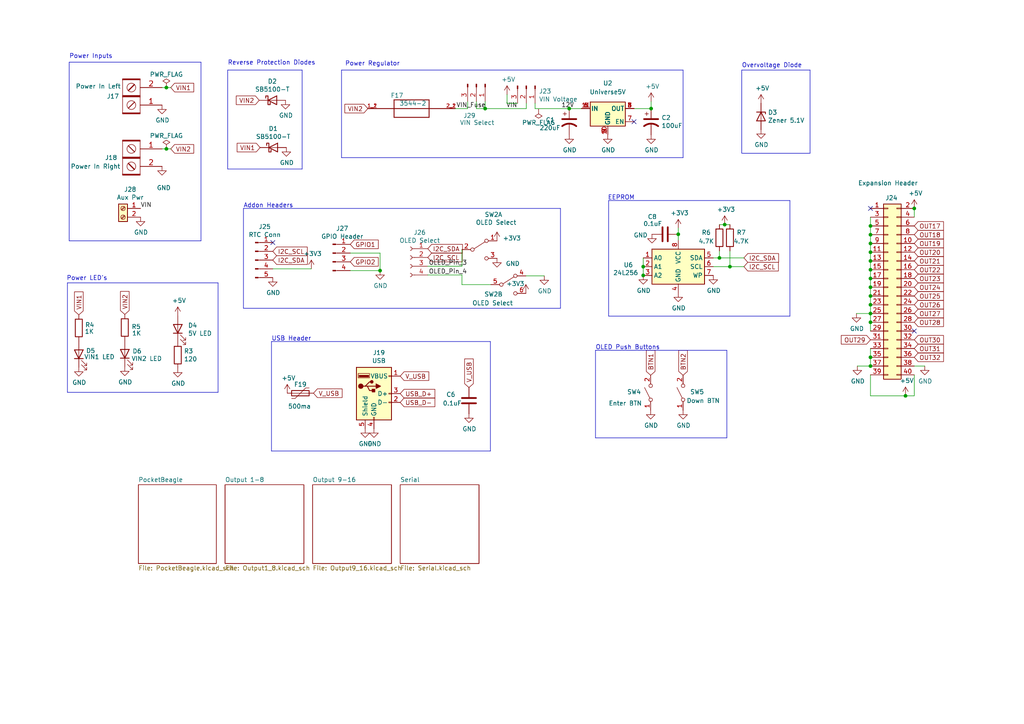
<source format=kicad_sch>
(kicad_sch (version 20230121) (generator eeschema)
  (paper "A4")
  (title_block (title "PB 16") (date "2022-05-29") (rev "v1.0h") (company "Scott Hanson"))
  (lib_symbols
    (symbol "Barrier_Blocks:BARRIER_BLOCK_1ROW_2POS" (pin_names (offset 1.016) hide)
      (property "Reference" "TB" (at 0.127 -6.731 0))
      (property "Value" "Barrier_Blocks_BARRIER_BLOCK_1ROW_2POS" (at 0.254 6.35 0))
      (symbol "BARRIER_BLOCK_1ROW_2POS_1_1"
        (pin passive line (at -8.89 2.54 0) (length 6.35) (name "P1") (number "1"))
        (pin passive line (at -8.89 -2.54 0) (length 6.35) (name "P2") (number "2"))
      )
    )
    (symbol "Connector:Conn_01x03_Male" (pin_names (offset 1.016) hide)
      (property "Reference" "J" (at 0 5.08 0))
      (property "Value" "Conn_01x03_Male" (at 0 -5.08 0))
      (symbol "Conn_01x03_Male_1_1"
        (pin passive line (at 5.08 2.54 180) (length 3.81) (name "Pin_1") (number "1"))
        (pin passive line (at 5.08 0 180) (length 3.81) (name "Pin_2") (number "2"))
        (pin passive line (at 5.08 -2.54 180) (length 3.81) (name "Pin_3") (number "3"))
      )
    )
    (symbol "Connector:Conn_01x04_Female" (pin_names (offset 1.016) hide)
      (property "Reference" "J" (at 0 5.08 0))
      (property "Value" "Conn_01x04_Female" (at 0 -7.62 0))
      (symbol "Conn_01x04_Female_1_1"
        (pin passive line (at -5.08 2.54 0) (length 3.81) (name "Pin_1") (number "1"))
        (pin passive line (at -5.08 0 0) (length 3.81) (name "Pin_2") (number "2"))
        (pin passive line (at -5.08 -2.54 0) (length 3.81) (name "Pin_3") (number "3"))
        (pin passive line (at -5.08 -5.08 0) (length 3.81) (name "Pin_4") (number "4"))
      )
    )
    (symbol "Connector:Conn_01x04_Male" (pin_names (offset 1.016) hide)
      (property "Reference" "J" (at 0 5.08 0))
      (property "Value" "Conn_01x04_Male" (at 0 -7.62 0))
      (symbol "Conn_01x04_Male_1_1"
        (pin passive line (at 5.08 2.54 180) (length 3.81) (name "Pin_1") (number "1"))
        (pin passive line (at 5.08 0 180) (length 3.81) (name "Pin_2") (number "2"))
        (pin passive line (at 5.08 -2.54 180) (length 3.81) (name "Pin_3") (number "3"))
        (pin passive line (at 5.08 -5.08 180) (length 3.81) (name "Pin_4") (number "4"))
      )
    )
    (symbol "Connector:Conn_01x05_Male" (pin_names (offset 1.016) hide)
      (property "Reference" "J" (at 0 7.62 0))
      (property "Value" "Conn_01x05_Male" (at 0 -7.62 0))
      (symbol "Conn_01x05_Male_1_1"
        (pin passive line (at 5.08 5.08 180) (length 3.81) (name "Pin_1") (number "1"))
        (pin passive line (at 5.08 2.54 180) (length 3.81) (name "Pin_2") (number "2"))
        (pin passive line (at 5.08 0 180) (length 3.81) (name "Pin_3") (number "3"))
        (pin passive line (at 5.08 -2.54 180) (length 3.81) (name "Pin_4") (number "4"))
        (pin passive line (at 5.08 -5.08 180) (length 3.81) (name "Pin_5") (number "5"))
      )
    )
    (symbol "Connector:Screw_Terminal_01x02" (pin_names (offset 1.016) hide)
      (property "Reference" "J" (at 0 2.54 0))
      (property "Value" "Screw_Terminal_01x02" (at 0 -5.08 0))
      (symbol "Screw_Terminal_01x02_1_1"
        (pin passive line (at -5.08 0 0) (length 3.81) (name "Pin_1") (number "1"))
        (pin passive line (at -5.08 -2.54 0) (length 3.81) (name "Pin_2") (number "2"))
      )
    )
    (symbol "Connector_Generic:Conn_02x20_Odd_Even" (pin_names (offset 1.016) hide)
      (property "Reference" "J" (at 1.27 25.4 0))
      (property "Value" "Conn_02x20_Odd_Even" (at 1.27 -27.94 0))
      (symbol "Conn_02x20_Odd_Even_1_1"
        (pin passive line (at -5.08 22.86 0) (length 3.81) (name "Pin_1") (number "1"))
        (pin passive line (at 7.62 12.7 180) (length 3.81) (name "Pin_10") (number "10"))
        (pin passive line (at -5.08 10.16 0) (length 3.81) (name "Pin_11") (number "11"))
        (pin passive line (at 7.62 10.16 180) (length 3.81) (name "Pin_12") (number "12"))
        (pin passive line (at -5.08 7.62 0) (length 3.81) (name "Pin_13") (number "13"))
        (pin passive line (at 7.62 7.62 180) (length 3.81) (name "Pin_14") (number "14"))
        (pin passive line (at -5.08 5.08 0) (length 3.81) (name "Pin_15") (number "15"))
        (pin passive line (at 7.62 5.08 180) (length 3.81) (name "Pin_16") (number "16"))
        (pin passive line (at -5.08 2.54 0) (length 3.81) (name "Pin_17") (number "17"))
        (pin passive line (at 7.62 2.54 180) (length 3.81) (name "Pin_18") (number "18"))
        (pin passive line (at -5.08 0 0) (length 3.81) (name "Pin_19") (number "19"))
        (pin passive line (at 7.62 22.86 180) (length 3.81) (name "Pin_2") (number "2"))
        (pin passive line (at 7.62 0 180) (length 3.81) (name "Pin_20") (number "20"))
        (pin passive line (at -5.08 -2.54 0) (length 3.81) (name "Pin_21") (number "21"))
        (pin passive line (at 7.62 -2.54 180) (length 3.81) (name "Pin_22") (number "22"))
        (pin passive line (at -5.08 -5.08 0) (length 3.81) (name "Pin_23") (number "23"))
        (pin passive line (at 7.62 -5.08 180) (length 3.81) (name "Pin_24") (number "24"))
        (pin passive line (at -5.08 -7.62 0) (length 3.81) (name "Pin_25") (number "25"))
        (pin passive line (at 7.62 -7.62 180) (length 3.81) (name "Pin_26") (number "26"))
        (pin passive line (at -5.08 -10.16 0) (length 3.81) (name "Pin_27") (number "27"))
        (pin passive line (at 7.62 -10.16 180) (length 3.81) (name "Pin_28") (number "28"))
        (pin passive line (at -5.08 -12.7 0) (length 3.81) (name "Pin_29") (number "29"))
        (pin passive line (at -5.08 20.32 0) (length 3.81) (name "Pin_3") (number "3"))
        (pin passive line (at 7.62 -12.7 180) (length 3.81) (name "Pin_30") (number "30"))
        (pin passive line (at -5.08 -15.24 0) (length 3.81) (name "Pin_31") (number "31"))
        (pin passive line (at 7.62 -15.24 180) (length 3.81) (name "Pin_32") (number "32"))
        (pin passive line (at -5.08 -17.78 0) (length 3.81) (name "Pin_33") (number "33"))
        (pin passive line (at 7.62 -17.78 180) (length 3.81) (name "Pin_34") (number "34"))
        (pin passive line (at -5.08 -20.32 0) (length 3.81) (name "Pin_35") (number "35"))
        (pin passive line (at 7.62 -20.32 180) (length 3.81) (name "Pin_36") (number "36"))
        (pin passive line (at -5.08 -22.86 0) (length 3.81) (name "Pin_37") (number "37"))
        (pin passive line (at 7.62 -22.86 180) (length 3.81) (name "Pin_38") (number "38"))
        (pin passive line (at -5.08 -25.4 0) (length 3.81) (name "Pin_39") (number "39"))
        (pin passive line (at 7.62 20.32 180) (length 3.81) (name "Pin_4") (number "4"))
        (pin passive line (at 7.62 -25.4 180) (length 3.81) (name "Pin_40") (number "40"))
        (pin passive line (at -5.08 17.78 0) (length 3.81) (name "Pin_5") (number "5"))
        (pin passive line (at 7.62 17.78 180) (length 3.81) (name "Pin_6") (number "6"))
        (pin passive line (at -5.08 15.24 0) (length 3.81) (name "Pin_7") (number "7"))
        (pin passive line (at 7.62 15.24 180) (length 3.81) (name "Pin_8") (number "8"))
        (pin passive line (at -5.08 12.7 0) (length 3.81) (name "Pin_9") (number "9"))
      )
    )
    (symbol "Device:C" (pin_numbers hide) (pin_names (offset 0.254))
      (property "Reference" "C" (at 0.635 2.54 0))
      (property "Value" "C" (at 0.635 -2.54 0))
      (symbol "C_1_1"
        (pin passive line (at 0 3.81 270) (length 2.794) (name "~") (number "1"))
        (pin passive line (at 0 -3.81 90) (length 2.794) (name "~") (number "2"))
      )
    )
    (symbol "Device:C_Polarized_US" (pin_numbers hide) (pin_names (offset 0.254) hide)
      (property "Reference" "C" (at 0.635 2.54 0))
      (property "Value" "C_Polarized_US" (at 0.635 -2.54 0))
      (symbol "C_Polarized_US_1_1"
        (pin passive line (at 0 3.81 270) (length 2.794) (name "~") (number "1"))
        (pin passive line (at 0 -3.81 90) (length 3.302) (name "~") (number "2"))
      )
    )
    (symbol "Device:D_Schottky" (pin_numbers hide) (pin_names (offset 1.016) hide)
      (property "Reference" "D" (at 0 2.54 0))
      (property "Value" "D_Schottky" (at 0 -2.54 0))
      (symbol "D_Schottky_1_1"
        (pin passive line (at -3.81 0 0) (length 2.54) (name "K") (number "1"))
        (pin passive line (at 3.81 0 180) (length 2.54) (name "A") (number "2"))
      )
    )
    (symbol "Device:D_Zener" (pin_numbers hide) (pin_names (offset 1.016) hide)
      (property "Reference" "D" (at 0 2.54 0))
      (property "Value" "D_Zener" (at 0 -2.54 0))
      (symbol "D_Zener_1_1"
        (pin passive line (at -3.81 0 0) (length 2.54) (name "K") (number "1"))
        (pin passive line (at 3.81 0 180) (length 2.54) (name "A") (number "2"))
      )
    )
    (symbol "Device:LED" (pin_numbers hide) (pin_names (offset 1.016) hide)
      (property "Reference" "D" (at 0 2.54 0))
      (property "Value" "LED" (at 0 -2.54 0))
      (symbol "LED_1_1"
        (pin passive line (at -3.81 0 0) (length 2.54) (name "K") (number "1"))
        (pin passive line (at 3.81 0 180) (length 2.54) (name "A") (number "2"))
      )
    )
    (symbol "Device:Polyfuse" (pin_numbers hide) (pin_names (offset 0))
      (property "Reference" "F" (at -2.54 0 90))
      (property "Value" "Polyfuse" (at 2.54 0 90))
      (symbol "Polyfuse_1_1"
        (pin passive line (at 0 3.81 270) (length 1.27) (name "~") (number "1"))
        (pin passive line (at 0 -3.81 90) (length 1.27) (name "~") (number "2"))
      )
    )
    (symbol "Device:R" (pin_numbers hide) (pin_names (offset 0))
      (property "Reference" "R" (at 2.032 0 90))
      (property "Value" "R" (at 0 0 90))
      (symbol "R_1_1"
        (pin passive line (at 0 3.81 270) (length 1.27) (name "~") (number "1"))
        (pin passive line (at 0 -3.81 90) (length 1.27) (name "~") (number "2"))
      )
    )
    (symbol "Memory_EEPROM:24LC32"
      (property "Reference" "U" (at -6.35 6.35 0))
      (property "Value" "24LC32" (at 1.27 6.35 0))
      (symbol "24LC32_1_1"
        (pin input line (at -10.16 2.54 0) (length 2.54) (name "A0") (number "1"))
        (pin input line (at -10.16 0 0) (length 2.54) (name "A1") (number "2"))
        (pin input line (at -10.16 -2.54 0) (length 2.54) (name "A2") (number "3"))
        (pin power_in line (at 0 -7.62 90) (length 2.54) (name "GND") (number "4"))
        (pin bidirectional line (at 10.16 2.54 180) (length 2.54) (name "SDA") (number "5"))
        (pin input line (at 10.16 0 180) (length 2.54) (name "SCL") (number "6"))
        (pin input line (at 10.16 -2.54 180) (length 2.54) (name "WP") (number "7"))
        (pin power_in line (at 0 7.62 270) (length 2.54) (name "VCC") (number "8"))
      )
    )
    (symbol "PB_16-rescue:3544-2-Keystone_Fuse" (pin_names (offset 1.016) hide)
      (property "Reference" "F" (at -5.08 3.302 0))
      (property "Value" "3544-2-Keystone_Fuse" (at -5.08 -5.08 0))
      (symbol "3544-2-Keystone_Fuse_0_0"
        (pin passive line (at -12.7 0 0) (length 2.54) (name "1") (number "1_1"))
        (pin passive line (at -12.7 0 0) (length 2.54) (name "1") (number "1_2"))
        (pin passive line (at 12.7 0 180) (length 2.54) (name "2") (number "2_1"))
        (pin passive line (at 12.7 0 180) (length 2.54) (name "2") (number "2_2"))
      )
    )
    (symbol "PB_16-rescue:USB_A-Connector" (pin_names (offset 1.016))
      (property "Reference" "J" (at -5.08 11.43 0))
      (property "Value" "USB_A-Connector" (at -5.08 8.89 0))
      (symbol "USB_A-Connector_1_1"
        (pin power_in line (at 7.62 5.08 180) (length 2.54) (name "VBUS") (number "1"))
        (pin passive line (at 7.62 -2.54 180) (length 2.54) (name "D-") (number "2"))
        (pin passive line (at 7.62 0 180) (length 2.54) (name "D+") (number "3"))
        (pin power_in line (at 0 -10.16 90) (length 2.54) (name "GND") (number "4"))
        (pin passive line (at -2.54 -10.16 90) (length 2.54) (name "Shield") (number "5"))
      )
    )
    (symbol "Scotts:Universe5V" (pin_names (offset 0.254))
      (property "Reference" "U2" (at 0 7.366 0))
      (property "Value" "Universe5V" (at 0 4.826 0))
      (symbol "Universe5V_0_0"
        (pin power_in line (at 0 -7.62 90) (length 2.54) (name "GND") (number "10"))
        (pin power_in line (at -7.62 0 0) (length 2.54) (name "IN") (number "11"))
        (pin output line (at 7.62 0 180) (length 2.54) (name "OUT") (number "4"))
        (pin power_in line (at 0 -7.62 90) (length 2.54) (name "GND") (number "5"))
        (pin power_in line (at -7.62 0 0) (length 2.54) (name "IN") (number "6"))
        (pin input line (at 7.62 -3.81 180) (length 2.54) (name "EN") (number "7"))
        (pin output line (at 7.62 0 180) (length 2.54) (name "OUT") (number "8"))
        (pin power_in line (at 0 -7.62 90) (length 2.54) (name "GND") (number "9"))
      )
      (symbol "Universe5V_1_1"
        (pin power_in line (at -7.62 0 0) (length 2.54) (name "IN") (number "1"))
        (pin power_in line (at 0 -7.62 90) (length 2.54) (name "GND") (number "2"))
        (pin power_out line (at 7.62 0 180) (length 2.54) (name "OUT") (number "3"))
      )
    )
    (symbol "Switch:SW_DPDT_x2" (pin_names (offset 0) hide)
      (property "Reference" "SW" (at 0 4.318 0))
      (property "Value" "SW_DPDT_x2" (at 0 -5.08 0))
      (symbol "SW_DPDT_x2_1_1"
        (pin passive line (at 5.08 2.54 180) (length 2.54) (name "A") (number "1"))
        (pin passive line (at -5.08 0 0) (length 2.54) (name "B") (number "2"))
        (pin passive line (at 5.08 -2.54 180) (length 2.54) (name "C") (number "3"))
      )
      (symbol "SW_DPDT_x2_2_1"
        (pin passive line (at 5.08 2.54 180) (length 2.54) (name "A") (number "4"))
        (pin passive line (at -5.08 0 0) (length 2.54) (name "B") (number "5"))
        (pin passive line (at 5.08 -2.54 180) (length 2.54) (name "C") (number "6"))
      )
    )
    (symbol "Switch:SW_SPST" (pin_names (offset 0) hide)
      (property "Reference" "SW" (at 0 3.175 0))
      (property "Value" "SW_SPST" (at 0 -2.54 0))
      (symbol "SW_SPST_1_1"
        (pin passive line (at -5.08 0 0) (length 2.54) (name "A") (number "1"))
        (pin passive line (at 5.08 0 180) (length 2.54) (name "B") (number "2"))
      )
    )
    (symbol "power:+3.3V" (power) (pin_names (offset 0))
      (property "Value" "+3.3V" (at 0 3.556 0))
      (symbol "+3.3V_1_1"
        (pin power_in line (at 0 0 90) (length 0) hide (name "+3V3") (number "1"))
      )
    )
    (symbol "power:+5V" (power) (pin_names (offset 0))
      (property "Value" "+5V" (at 0 3.556 0))
      (symbol "+5V_1_1"
        (pin power_in line (at 0 0 90) (length 0) hide (name "+5V") (number "1"))
      )
    )
    (symbol "power:GND" (power) (pin_names (offset 0))
      (property "Value" "GND" (at 0 -3.81 0))
      (symbol "GND_1_1"
        (pin power_in line (at 0 0 270) (length 0) hide (name "GND") (number "1"))
      )
    )
    (symbol "power:PWR_FLAG" (power) (pin_numbers hide) (pin_names (offset 0) hide)
      (property "Value" "PWR_FLAG" (at 0 3.81 0))
      (symbol "PWR_FLAG_0_0"
        (pin power_out line (at 0 0 90) (length 0) (name "pwr") (number "1"))
      )
    )
  )
  (junction (at 252.476 106.172))
  (junction (at 211.709 77.343))
  (junction (at 186.563 79.883))
  (junction (at 140.716 31.496))
  (junction (at 48.26 43.18))
  (junction (at 252.476 85.852))
  (junction (at 48.26 25.4))
  (junction (at 252.476 88.392))
  (junction (at 265.176 60.452))
  (junction (at 210.185 65.151))
  (junction (at 196.723 67.945))
  (junction (at 252.476 75.692))
  (junction (at 252.476 78.232))
  (junction (at 252.476 80.772))
  (junction (at 208.661 74.803))
  (junction (at 188.849 31.496))
  (junction (at 252.476 90.932))
  (junction (at 165.1 31.496))
  (junction (at 252.476 73.152))
  (junction (at 252.476 70.612))
  (junction (at 262.636 114.808))
  (junction (at 252.476 68.072))
  (junction (at 252.476 83.312))
  (junction (at 252.476 103.632))
  (junction (at 252.476 93.472))
  (junction (at 110.236 78.486))
  (junction (at 186.563 77.343))
  (junction (at 252.476 65.532))
  (no_connect (at 79.121 70.358))
  (no_connect (at 252.476 60.452))
  (no_connect (at 183.896 35.306))
  (no_connect (at 265.176 96.012))
  (polyline (pts (xy 198.12 20.32) (xy 198.12 45.72)))
  (wire (pts (xy 165.1 31.496) (xy 168.656 31.496)))
  (wire (pts (xy 252.476 75.692) (xy 252.476 78.232)))
  (wire (pts (xy 252.476 103.632) (xy 252.476 106.172)))
  (wire (pts (xy 110.236 78.486) (xy 101.6 78.486)))
  (wire (pts (xy 147.066 29.972) (xy 150.114 29.972)))
  (polyline (pts (xy 162.56 89.408) (xy 162.56 60.452)))
  (polyline (pts (xy 210.82 127) (xy 172.72 127)))
  (wire (pts (xy 208.661 74.803) (xy 215.773 74.803)))
  (wire (pts (xy 252.476 90.932) (xy 248.412 90.932)))
  (polyline (pts (xy 78.74 99.06) (xy 142.24 99.06)))
  (wire (pts (xy 211.709 72.771) (xy 211.709 77.343)))
  (wire (pts (xy 265.176 60.452) (xy 265.176 62.992)))
  (polyline (pts (xy 176.53 58.166) (xy 229.108 58.166)))
  (wire (pts (xy 208.661 72.771) (xy 208.661 74.803)))
  (wire (pts (xy 48.26 43.18) (xy 46.99 43.18)))
  (wire (pts (xy 196.723 67.945) (xy 196.723 66.167)))
  (wire (pts (xy 252.476 83.312) (xy 252.476 85.852)))
  (polyline (pts (xy 19.558 82.042) (xy 63.246 82.042)))
  (wire (pts (xy 48.26 25.4) (xy 49.53 25.4)))
  (polyline (pts (xy 142.24 130.81) (xy 78.74 130.81)))
  (wire (pts (xy 252.476 70.612) (xy 252.476 73.152)))
  (wire (pts (xy 252.476 85.852) (xy 252.476 88.392)))
  (wire (pts (xy 252.476 68.072) (xy 252.476 70.612)))
  (wire (pts (xy 265.176 106.172) (xy 268.224 106.172)))
  (polyline (pts (xy 176.53 91.694) (xy 176.53 58.166)))
  (wire (pts (xy 215.773 77.343) (xy 211.709 77.343)))
  (wire (pts (xy 252.476 78.232) (xy 252.476 80.772)))
  (polyline (pts (xy 99.06 20.32) (xy 198.12 20.32)))
  (polyline (pts (xy 58.293 69.85) (xy 20.066 69.85)))
  (wire (pts (xy 140.716 31.496) (xy 152.654 31.496)))
  (wire (pts (xy 206.883 74.803) (xy 208.661 74.803)))
  (wire (pts (xy 186.563 74.803) (xy 186.563 77.343)))
  (wire (pts (xy 262.636 114.808) (xy 252.476 114.808)))
  (wire (pts (xy 252.476 62.992) (xy 252.476 65.532)))
  (wire (pts (xy 265.176 108.712) (xy 265.176 114.808)))
  (wire (pts (xy 252.476 73.152) (xy 252.476 75.692)))
  (wire (pts (xy 252.476 108.712) (xy 252.476 114.808)))
  (wire (pts (xy 211.709 77.343) (xy 206.883 77.343)))
  (polyline (pts (xy 210.82 101.6) (xy 210.82 127)))
  (polyline (pts (xy 19.558 113.792) (xy 19.558 82.042)))
  (polyline (pts (xy 66.04 49.022) (xy 66.04 20.32)))
  (wire (pts (xy 138.176 31.496) (xy 140.716 31.496)))
  (polyline (pts (xy 229.108 91.694) (xy 176.53 91.694)))
  (polyline (pts (xy 58.293 18.034) (xy 58.293 69.85)))
  (wire (pts (xy 135.636 31.496) (xy 132.08 31.496)))
  (polyline (pts (xy 215.138 44.45) (xy 215.138 20.32)))
  (wire (pts (xy 133.985 79.756) (xy 133.985 82.55)))
  (wire (pts (xy 147.066 27.432) (xy 147.066 29.972)))
  (wire (pts (xy 110.236 73.406) (xy 110.236 78.486)))
  (wire (pts (xy 124.079 79.756) (xy 133.985 79.756)))
  (wire (pts (xy 140.716 29.464) (xy 140.716 31.496)))
  (wire (pts (xy 186.563 77.343) (xy 186.563 79.883)))
  (wire (pts (xy 210.185 65.151) (xy 211.709 65.151)))
  (polyline (pts (xy 63.246 82.042) (xy 63.246 113.792)))
  (polyline (pts (xy 63.246 113.792) (xy 19.558 113.792)))
  (polyline (pts (xy 142.24 99.06) (xy 142.24 130.81)))
  (wire (pts (xy 133.985 72.39) (xy 133.985 77.216)))
  (wire (pts (xy 155.194 31.496) (xy 155.194 29.972)))
  (wire (pts (xy 155.194 31.496) (xy 165.1 31.496)))
  (wire (pts (xy 79.121 77.978) (xy 90.297 77.978)))
  (wire (pts (xy 252.476 106.172) (xy 248.666 106.172)))
  (wire (pts (xy 252.476 80.772) (xy 252.476 83.312)))
  (wire (pts (xy 124.079 77.216) (xy 133.985 77.216)))
  (wire (pts (xy 196.723 69.723) (xy 196.723 67.945)))
  (wire (pts (xy 252.476 65.532) (xy 252.476 68.072)))
  (polyline (pts (xy 229.108 58.166) (xy 229.108 91.694)))
  (wire (pts (xy 183.896 31.496) (xy 188.849 31.496)))
  (polyline (pts (xy 20.066 69.85) (xy 20.066 18.034)))
  (wire (pts (xy 101.6 73.406) (xy 110.236 73.406)))
  (wire (pts (xy 49.53 43.18) (xy 48.26 43.18)))
  (polyline (pts (xy 234.95 20.32) (xy 234.95 44.45)))
  (polyline (pts (xy 87.63 49.022) (xy 66.04 49.022)))
  (polyline (pts (xy 99.06 45.72) (xy 99.06 20.32)))
  (wire (pts (xy 135.636 31.496) (xy 135.636 29.464)))
  (wire (pts (xy 208.661 65.151) (xy 210.185 65.151)))
  (wire (pts (xy 252.476 93.472) (xy 252.476 96.012)))
  (polyline (pts (xy 162.56 60.452) (xy 70.612 60.452)))
  (polyline (pts (xy 172.72 101.6) (xy 210.82 101.6)))
  (polyline (pts (xy 70.612 89.408) (xy 162.56 89.408)))
  (wire (pts (xy 46.99 25.4) (xy 48.26 25.4)))
  (polyline (pts (xy 198.12 45.72) (xy 99.06 45.72)))
  (polyline (pts (xy 87.63 20.32) (xy 87.63 49.022)))
  (wire (pts (xy 252.476 101.092) (xy 252.476 103.632)))
  (wire (pts (xy 142.367 82.55) (xy 133.985 82.55)))
  (polyline (pts (xy 70.612 60.452) (xy 70.612 89.408)))
  (wire (pts (xy 157.861 80.01) (xy 152.527 80.01)))
  (polyline (pts (xy 215.138 20.32) (xy 234.95 20.32)))
  (wire (pts (xy 252.476 90.932) (xy 252.476 93.472)))
  (polyline (pts (xy 78.74 130.81) (xy 78.74 99.06)))
  (wire (pts (xy 152.654 31.496) (xy 152.654 29.972)))
  (polyline (pts (xy 66.04 20.32) (xy 87.63 20.32)))
  (wire (pts (xy 138.176 31.496) (xy 138.176 29.464)))
  (wire (pts (xy 252.476 88.392) (xy 252.476 90.932)))
  (polyline (pts (xy 172.72 127) (xy 172.72 101.6)))
  (polyline (pts (xy 20.066 18.034) (xy 58.293 18.034)))
  (wire (pts (xy 265.176 114.808) (xy 262.636 114.808)))
  (polyline (pts (xy 234.95 44.45) (xy 215.138 44.45)))
  (wire (pts (xy 188.849 31.496) (xy 188.849 29.464)))
  (text "Overvoltage Diode" (at 215.138 19.812 0) (effects (font (size 1.27 1.27)) (justify left bottom)))
  (text "EEPROM" (at 176.276 58.166 0) (effects (font (size 1.27 1.27)) (justify left bottom)))
  (text "USB Header" (at 78.74 99.06 0) (effects (font (size 1.27 1.27)) (justify left bottom)))
  (text "OLED Push Buttons" (at 172.72 101.6 0) (effects (font (size 1.27 1.27)) (justify left bottom)))
  (text "Reverse Protection Diodes" (at 66.04 19.05 0) (effects (font (size 1.27 1.27)) (justify left bottom)))
  (text "Addon Headers" (at 70.612 60.452 0) (effects (font (size 1.27 1.27)) (justify left bottom)))
  (text "Power Regulator" (at 100.076 19.304 0) (effects (font (size 1.27 1.27)) (justify left bottom)))
  (text "Power LED's" (at 19.304 81.534 0) (effects (font (size 1.27 1.27)) (justify left bottom)))
  (text "Power Inputs" (at 20.066 17.145 0) (effects (font (size 1.27 1.27)) (justify left bottom)))
  (label "VIN" (at 40.767 60.452 0))
  (label "VIN" (at 146.812 31.496 0))
  (label "OLED_Pin_4" (at 124.333 79.756 0))
  (label "OLED_Pin_3" (at 124.333 77.216 0))
  (label "12V" (at 162.814 31.496 0))
  (label "VIN_Fuse" (at 132.334 31.496 0))
  (global_label "VIN2" (shape input) (at 106.68 31.496 180) (property "Intersheetrefs" "${INTERSHEET_REFS}" (effects hide)))
  (global_label "VIN1" (shape input) (at 75.438 42.799 180) (property "Intersheetrefs" "${INTERSHEET_REFS}" (effects hide)))
  (global_label "VIN2" (shape input) (at 75.184 29.083 180) (property "Intersheetrefs" "${INTERSHEET_REFS}" (effects hide)))
  (global_label "OUT32" (shape input) (at 265.176 103.632 0) (property "Intersheetrefs" "${INTERSHEET_REFS}" (effects hide)))
  (global_label "USB_D+" (shape input) (at 116.078 114.173 0) (property "Intersheetrefs" "${INTERSHEET_REFS}" (effects hide)))
  (global_label "OUT31" (shape input) (at 265.176 101.092 0) (property "Intersheetrefs" "${INTERSHEET_REFS}" (effects hide)))
  (global_label "OUT17" (shape input) (at 265.176 65.532 0) (property "Intersheetrefs" "${INTERSHEET_REFS}" (effects hide)))
  (global_label "I2C_SDA" (shape input) (at 79.121 75.438 0) (property "Intersheetrefs" "${INTERSHEET_REFS}" (effects hide)))
  (global_label "OUT25" (shape input) (at 265.176 85.852 0) (property "Intersheetrefs" "${INTERSHEET_REFS}" (effects hide)))
  (global_label "BTN2" (shape input) (at 198.12 108.839 90) (property "Intersheetrefs" "${INTERSHEET_REFS}" (effects hide)))
  (global_label "OUT23" (shape input) (at 265.176 80.772 0) (property "Intersheetrefs" "${INTERSHEET_REFS}" (effects hide)))
  (global_label "BTN1" (shape input) (at 188.722 108.839 90) (property "Intersheetrefs" "${INTERSHEET_REFS}" (effects hide)))
  (global_label "I2C_SCL" (shape input) (at 215.773 77.343 0) (property "Intersheetrefs" "${INTERSHEET_REFS}" (effects hide)))
  (global_label "OUT24" (shape input) (at 265.176 83.312 0) (property "Intersheetrefs" "${INTERSHEET_REFS}" (effects hide)))
  (global_label "OUT21" (shape input) (at 265.176 75.692 0) (property "Intersheetrefs" "${INTERSHEET_REFS}" (effects hide)))
  (global_label "VIN2" (shape input) (at 36.195 91.186 90) (property "Intersheetrefs" "${INTERSHEET_REFS}" (effects hide)))
  (global_label "I2C_SCL" (shape input) (at 79.121 72.898 0) (property "Intersheetrefs" "${INTERSHEET_REFS}" (effects hide)))
  (global_label "VIN1" (shape input) (at 49.53 25.4 0) (property "Intersheetrefs" "${INTERSHEET_REFS}" (effects hide)))
  (global_label "OUT22" (shape input) (at 265.176 78.232 0) (property "Intersheetrefs" "${INTERSHEET_REFS}" (effects hide)))
  (global_label "OUT27" (shape input) (at 265.176 90.932 0) (property "Intersheetrefs" "${INTERSHEET_REFS}" (effects hide)))
  (global_label "VIN1" (shape input) (at 22.86 91.313 90) (property "Intersheetrefs" "${INTERSHEET_REFS}" (effects hide)))
  (global_label "I2C_SCL" (shape input) (at 124.079 74.676 0) (property "Intersheetrefs" "${INTERSHEET_REFS}" (effects hide)))
  (global_label "OUT19" (shape input) (at 265.176 70.612 0) (property "Intersheetrefs" "${INTERSHEET_REFS}" (effects hide)))
  (global_label "OUT18" (shape input) (at 265.176 68.072 0) (property "Intersheetrefs" "${INTERSHEET_REFS}" (effects hide)))
  (global_label "V_USB" (shape input) (at 116.078 109.093 0) (property "Intersheetrefs" "${INTERSHEET_REFS}" (effects hide)))
  (global_label "OUT29" (shape input) (at 252.476 98.552 180) (property "Intersheetrefs" "${INTERSHEET_REFS}" (effects hide)))
  (global_label "VIN2" (shape input) (at 49.53 43.18 0) (property "Intersheetrefs" "${INTERSHEET_REFS}" (effects hide)))
  (global_label "OUT28" (shape input) (at 265.176 93.472 0) (property "Intersheetrefs" "${INTERSHEET_REFS}" (effects hide)))
  (global_label "GPIO2" (shape input) (at 101.6 75.946 0) (property "Intersheetrefs" "${INTERSHEET_REFS}" (effects hide)))
  (global_label "V_USB" (shape input) (at 90.932 114.046 0) (property "Intersheetrefs" "${INTERSHEET_REFS}" (effects hide)))
  (global_label "OUT26" (shape input) (at 265.176 88.392 0) (property "Intersheetrefs" "${INTERSHEET_REFS}" (effects hide)))
  (global_label "V_USB" (shape input) (at 136.017 112.395 90) (property "Intersheetrefs" "${INTERSHEET_REFS}" (effects hide)))
  (global_label "OUT30" (shape input) (at 265.176 98.552 0) (property "Intersheetrefs" "${INTERSHEET_REFS}" (effects hide)))
  (global_label "OUT20" (shape input) (at 265.176 73.152 0) (property "Intersheetrefs" "${INTERSHEET_REFS}" (effects hide)))
  (global_label "GPIO1" (shape input) (at 101.6 70.866 0) (property "Intersheetrefs" "${INTERSHEET_REFS}" (effects hide)))
  (global_label "I2C_SDA" (shape input) (at 215.773 74.803 0) (property "Intersheetrefs" "${INTERSHEET_REFS}" (effects hide)))
  (global_label "USB_D-" (shape input) (at 116.078 116.713 0) (property "Intersheetrefs" "${INTERSHEET_REFS}" (effects hide)))
  (global_label "I2C_SDA" (shape input) (at 124.079 72.136 0) (property "Intersheetrefs" "${INTERSHEET_REFS}" (effects hide)))
  (symbol (lib_id "Barrier_Blocks:BARRIER_BLOCK_1ROW_2POS") (at 38.1 27.94 180) (unit 1)
    (property "Reference" "J17" (at 34.544 27.94 0) (effects (justify left)))
    (property "Value" "Power In Left" (at 35.052 25.019 0) (effects (justify left)))
    (property "Footprint" "Barrier_Blocks:BARRIER_BLOCK_1ROW_2POS_P9.5MM" (effects hide))
    (property "Digi-Key_PN" "ED2953-ND" (effects hide))
    (property "MPN" "OSTYK51102030" (effects hide))
  )
  (symbol (lib_id "Device:C_Polarized_US") (at 188.849 35.306 0) (unit 1)
    (property "Reference" "C2" (at 191.8462 34.1376 0) (effects (justify left)))
    (property "Value" "100uF" (at 191.8462 36.449 0) (effects (justify left)))
    (property "Footprint" "Capacitor_THT:CP_Radial_D5.0mm_P2.00mm" (effects hide))
    (property "Digi-Key_PN" "1189-1148-ND" (effects hide))
    (property "MPN" "16ZLH100MEFC5X11" (effects hide))
  )
  (symbol (lib_id "Device:C_Polarized_US") (at 165.1 35.306 0) (unit 1)
    (property "Reference" "C1" (at 158.242 34.798 0) (effects (justify left)))
    (property "Value" "220uF" (at 156.464 37.084 0) (effects (justify left)))
    (property "Footprint" "Capacitor_THT:CP_Radial_D10.0mm_P5.00mm" (effects hide))
    (property "Digi-Key_PN" "P5183-ND" (effects hide))
    (property "MPN" "ECA-1HM221" (effects hide))
  )
  (symbol (lib_id "power:GND") (at 46.99 30.48 0) (unit 1)
    (property "Reference" "#PWR0101" (effects hide))
    (property "Value" "GND" (at 47.117 34.8742 0))
  )
  (symbol (lib_id "power:GND") (at 176.276 39.116 0) (unit 1)
    (property "Reference" "#PWR0113" (effects hide))
    (property "Value" "GND" (at 176.403 43.5102 0))
  )
  (symbol (lib_id "power:GND") (at 188.849 39.116 0) (unit 1)
    (property "Reference" "#PWR0114" (effects hide))
    (property "Value" "GND" (at 188.976 43.5102 0))
  )
  (symbol (lib_id "power:GND") (at 165.1 39.116 0) (unit 1)
    (property "Reference" "#PWR0115" (effects hide))
    (property "Value" "GND" (at 165.227 43.5102 0))
  )
  (symbol (lib_id "power:+5V") (at 188.849 29.464 0) (unit 1)
    (property "Reference" "#PWR0116" (effects hide))
    (property "Value" "+5V" (at 189.23 25.0698 0))
  )
  (symbol (lib_id "PB_16-rescue:3544-2-Keystone_Fuse") (at 119.38 31.496 0) (unit 1)
    (property "Reference" "F17" (at 113.284 27.686 0) (effects (justify left)))
    (property "Value" "3544-2" (at 115.824 29.972 0) (effects (justify left)))
    (property "Footprint" "Keystone_Fuse:FUSE_3544-2" (effects hide))
    (property "Field4" "3544-2" (effects hide))
    (property "Field5" "None" (effects hide))
    (property "Field6" "Unavailable" (effects hide))
    (property "Field7" "Fuse Clip; 500 VAC; 30 A; PCB; For 0.110 in. x 0.032 in. mini blade fuses" (effects hide))
    (property "Field8" "Keystone Electronics" (effects hide))
    (property "Digi-Key_PN" "36-3544-2-ND" (effects hide))
    (property "MPN" "3544-2" (effects hide))
  )
  (symbol (lib_id "Device:D_Zener") (at 220.726 33.782 270) (unit 1)
    (property "Reference" "D3" (at 222.7326 32.6136 90) (effects (justify left)))
    (property "Value" "Zener 5.1V" (at 222.7326 34.925 90) (effects (justify left)))
    (property "Footprint" "Diode_THT:D_5W_P10.16mm_Horizontal" (effects hide))
    (property "Digi-Key_PN" "1N5338BRLGOSCT-ND" (effects hide))
    (property "MPN" "1N5338BRLG" (effects hide))
  )
  (symbol (lib_id "power:+5V") (at 220.726 29.972 0) (unit 1)
    (property "Reference" "#PWR041" (effects hide))
    (property "Value" "+5V" (at 221.107 25.5778 0))
  )
  (symbol (lib_id "power:GND") (at 220.726 37.592 0) (unit 1)
    (property "Reference" "#PWR042" (effects hide))
    (property "Value" "GND" (at 220.853 41.9862 0))
  )
  (symbol (lib_id "Device:D_Schottky") (at 78.994 29.083 0) (unit 1)
    (property "Reference" "D2" (at 78.994 23.5966 0))
    (property "Value" "SB5100-T" (at 78.994 25.908 0))
    (property "Footprint" "Diode_THT:D_DO-201AD_P12.70mm_Horizontal" (effects hide))
    (property "Digi-Key_PN" "SB5100DICT-ND" (effects hide))
    (property "MPN" "SB5100-T" (effects hide))
  )
  (symbol (lib_id "Device:D_Schottky") (at 79.248 42.799 0) (unit 1)
    (property "Reference" "D1" (at 79.248 37.3126 0))
    (property "Value" "SB5100-T" (at 79.248 39.624 0))
    (property "Footprint" "Diode_THT:D_DO-201AD_P12.70mm_Horizontal" (effects hide))
    (property "Digi-Key_PN" "SB5100DICT-ND" (effects hide))
    (property "MPN" "SB5100-T" (effects hide))
  )
  (symbol (lib_id "Connector_Generic:Conn_02x20_Odd_Even") (at 257.556 83.312 0) (unit 1)
    (property "Reference" "J24" (at 258.572 57.404 0))
    (property "Value" "Expansion Header" (at 257.556 53.086 0))
    (property "Footprint" "Connector_IDC:IDC-Header_2x20_P2.54mm_Vertical" (effects hide))
    (property "Digi-Key_PN" "S9175-ND" (effects hide))
    (property "MPN" "SBH11-PBPC-D20-ST-BK" (effects hide))
  )
  (symbol (lib_id "power:GND") (at 248.666 106.172 0) (unit 1)
    (property "Reference" "#PWR044" (effects hide))
    (property "Value" "GND" (at 248.793 110.5662 0))
  )
  (symbol (lib_id "power:GND") (at 82.804 29.083 0) (unit 1)
    (property "Reference" "#PWR0102" (effects hide))
    (property "Value" "GND" (at 82.931 33.4772 0))
  )
  (symbol (lib_id "power:GND") (at 83.058 42.799 0) (unit 1)
    (property "Reference" "#PWR0103" (effects hide))
    (property "Value" "GND" (at 83.185 47.1932 0))
  )
  (symbol (lib_id "Connector:Conn_01x03_Male") (at 152.654 24.892 270) (unit 1)
    (property "Reference" "J23" (at 156.3116 26.4668 90) (effects (justify left)))
    (property "Value" "VIN Voltage" (at 156.3116 28.7782 90) (effects (justify left)))
    (property "Footprint" "Connector_PinHeader_2.54mm:PinHeader_1x03_P2.54mm_Vertical" (effects hide))
    (property "Digi-Key_PN" "732-5316-ND" (effects hide))
    (property "MPN" "61300311121" (effects hide))
  )
  (symbol (lib_id "power:+5V") (at 147.066 27.432 0) (unit 1)
    (property "Reference" "#PWR047" (effects hide))
    (property "Value" "+5V" (at 147.447 23.0378 0))
  )
  (symbol (lib_id "Device:Polyfuse") (at 87.122 114.046 270) (unit 1)
    (property "Reference" "F19" (at 87.122 111.506 90))
    (property "Value" "500ma" (at 86.868 117.856 90))
    (property "Footprint" "Fuse:Fuse_BelFuse_0ZRE0005FF_L8.3mm_W3.8mm" (effects hide))
    (property "Digi-Key_PN" "RXEF050-2HFCT-ND" (effects hide))
    (property "MPN" "RXEF050-2" (effects hide))
  )
  (symbol (lib_id "power:+5V") (at 83.312 114.046 0) (unit 1)
    (property "Reference" "#PWR043" (effects hide))
    (property "Value" "+5V" (at 83.693 109.6518 0))
  )
  (symbol (lib_id "PB_16-rescue:USB_A-Connector") (at 108.458 114.173 0) (unit 1)
    (property "Reference" "J19" (at 109.9058 102.3112 0))
    (property "Value" "USB" (at 109.9058 104.6226 0))
    (property "Footprint" "Connector_USB:USB_A_Molex_105057_Vertical" (effects hide))
    (property "Datasheet" " ~" (effects hide))
    (property "Digi-Key_PN" "WM8672-ND" (effects hide))
    (property "MPN" "1050570001" (effects hide))
  )
  (symbol (lib_id "power:GND") (at 105.918 124.333 0) (unit 1)
    (property "Reference" "#PWR03" (effects hide))
    (property "Value" "GND" (at 106.045 128.7272 0))
  )
  (symbol (lib_id "power:GND") (at 268.224 106.172 0) (unit 1)
    (property "Reference" "#PWR0105" (effects hide))
    (property "Value" "GND" (at 268.351 110.5662 0))
  )
  (symbol (lib_id "power:+5V") (at 262.636 114.808 0) (unit 1)
    (property "Reference" "#PWR0106" (effects hide))
    (property "Value" "+5V" (at 263.017 110.4138 0))
  )
  (symbol (lib_id "power:+5V") (at 265.176 60.452 0) (unit 1)
    (property "Reference" "#PWR0107" (effects hide))
    (property "Value" "+5V" (at 265.557 56.0578 0))
  )
  (symbol (lib_id "Barrier_Blocks:BARRIER_BLOCK_1ROW_2POS") (at 38.1 45.72 0) (mirror y) (unit 1)
    (property "Reference" "J18" (at 34.036 45.72 0) (effects (justify left)))
    (property "Value" "Power In Right" (at 34.925 48.26 0) (effects (justify left)))
    (property "Footprint" "Barrier_Blocks:BARRIER_BLOCK_1ROW_2POS_P9.5MM" (effects hide))
    (property "Digi-Key_PN" "ED2953-ND" (effects hide))
    (property "MPN" "OSTYK51102030" (effects hide))
  )
  (symbol (lib_id "power:GND") (at 46.99 48.26 0) (unit 1)
    (property "Reference" "#PWR02" (effects hide))
    (property "Value" "GND" (at 47.498 54.483 0))
  )
  (symbol (lib_id "Connector:Conn_01x05_Male") (at 74.041 75.438 0) (unit 1)
    (property "Reference" "J25" (at 76.7842 65.7606 0))
    (property "Value" "RTC Conn" (at 76.7842 68.072 0))
    (property "Footprint" "Connector_PinHeader_2.54mm:PinHeader_1x05_P2.54mm_Vertical" (effects hide))
    (property "Digi-Key_PN" "732-5318-ND" (effects hide))
    (property "MPN" "61300511121" (effects hide))
  )
  (symbol (lib_id "power:GND") (at 79.121 80.518 0) (unit 1)
    (property "Reference" "#PWR039" (effects hide))
    (property "Value" "GND" (at 79.248 84.9122 0))
  )
  (symbol (lib_id "power:GND") (at 108.458 124.333 0) (unit 1)
    (property "Reference" "#PWR01" (effects hide))
    (property "Value" "GND" (at 108.585 128.7272 0))
  )
  (symbol (lib_id "Device:C") (at 136.017 116.205 0) (unit 1)
    (property "Reference" "C6" (at 129.413 114.427 0) (effects (justify left)))
    (property "Value" "0.1uF" (at 128.397 116.967 0) (effects (justify left)))
    (property "Footprint" "Capacitor_THT:C_Rect_L7.0mm_W2.0mm_P5.00mm" (effects hide))
    (property "Digi-Key_PN" "478-7336-1-ND" (effects hide))
    (property "MPN" "SR215C104KARTR1" (effects hide))
  )
  (symbol (lib_id "power:GND") (at 136.017 120.015 0) (unit 1)
    (property "Reference" "#PWR049" (effects hide))
    (property "Value" "GND" (at 136.144 124.4092 0))
  )
  (symbol (lib_id "Connector:Conn_01x04_Female") (at 118.999 74.676 0) (mirror y) (unit 1)
    (property "Reference" "J26" (at 121.7422 67.437 0))
    (property "Value" "OLED Select" (at 121.7422 69.7484 0))
    (property "Footprint" "Connector_PinSocket_2.54mm:PinSocket_1x04_P2.54mm_Vertical" (effects hide))
    (property "Digi-Key_PN" "S7002-ND" (effects hide))
    (property "MPN" "PPTC041LFBN-RC" (effects hide))
  )
  (symbol (lib_id "power:GND") (at 157.861 80.01 0) (unit 1)
    (property "Reference" "#PWR051" (effects hide))
    (property "Value" "GND" (at 157.988 84.4042 0))
  )
  (symbol (lib_id "power:GND") (at 144.145 74.93 0) (unit 1)
    (property "Reference" "#PWR054" (effects hide))
    (property "Value" "GND" (at 148.717 76.454 0))
  )
  (symbol (lib_id "power:+3.3V") (at 152.527 85.09 0) (unit 1)
    (property "Reference" "#PWR053" (effects hide))
    (property "Value" "+3.3V" (at 149.479 82.296 0))
  )
  (symbol (lib_id "power:+3.3V") (at 90.297 77.978 0) (unit 1)
    (property "Reference" "#PWR0104" (effects hide))
    (property "Value" "+3.3V" (at 90.678 73.5838 0))
  )
  (symbol (lib_id "power:+3.3V") (at 144.145 69.85 0) (unit 1)
    (property "Reference" "#PWR0108" (effects hide))
    (property "Value" "+3.3V" (at 148.463 69.088 0))
  )
  (symbol (lib_id "Switch:SW_DPDT_x2") (at 139.065 72.39 0) (unit 1)
    (property "Reference" "SW2" (at 143.129 62.23 0))
    (property "Value" "OLED Select" (at 143.891 64.516 0))
    (property "Footprint" "Button_Switch_THT:SW_CuK_JS202011CQN_DPDT_Straight" (effects hide))
    (property "Digi-Key_PN" "401-2001-ND" (effects hide))
    (property "MPN" "JS202011CQN" (effects hide))
  )
  (symbol (lib_id "Switch:SW_DPDT_x2") (at 147.447 82.55 0) (unit 2)
    (property "Reference" "SW2" (at 143.129 85.344 0))
    (property "Value" "OLED Select" (at 142.875 87.884 0))
    (property "Footprint" "Button_Switch_THT:SW_CuK_JS202011CQN_DPDT_Straight" (effects hide))
    (property "Digi-Key_PN" "401-2001-ND" (effects hide))
    (property "MPN" "JS202011CQN" (effects hide))
  )
  (symbol (lib_id "power:GND") (at 248.412 90.932 0) (unit 1)
    (property "Reference" "#PWR0110" (effects hide))
    (property "Value" "GND" (at 248.539 95.3262 0))
  )
  (symbol (lib_id "Device:LED") (at 22.86 102.743 90) (unit 1)
    (property "Reference" "D5" (at 26.289 101.727 90))
    (property "Value" "VIN1 LED" (at 28.829 103.505 90))
    (property "Footprint" "LED_THT:LED_D3.0mm_Clear" (effects hide))
    (property "Digi-Key_PN" "754-1217-ND" (effects hide))
    (property "MPN" "WP3A8GD" (effects hide))
  )
  (symbol (lib_id "Device:LED") (at 36.195 102.616 90) (unit 1)
    (property "Reference" "D6" (at 39.751 101.854 90))
    (property "Value" "VIN2 LED" (at 42.545 104.013 90))
    (property "Footprint" "LED_THT:LED_D3.0mm_Clear" (effects hide))
    (property "Digi-Key_PN" "754-1217-ND" (effects hide))
    (property "MPN" "WP3A8GD" (effects hide))
  )
  (symbol (lib_id "Device:R") (at 22.86 95.123 180) (unit 1)
    (property "Reference" "R4" (at 26.035 94.234 0))
    (property "Value" "1K" (at 25.908 96.139 0))
    (property "Footprint" "Resistor_THT:R_Axial_DIN0207_L6.3mm_D2.5mm_P7.62mm_Horizontal" (effects hide))
    (property "Digi-Key_PN" "CF14JT1K00CT-ND" (effects hide))
    (property "MPN" "CF14JT1K00" (effects hide))
  )
  (symbol (lib_id "Device:R") (at 36.195 94.996 180) (unit 1)
    (property "Reference" "R5" (at 39.497 94.742 0))
    (property "Value" "1K" (at 39.624 96.647 0))
    (property "Footprint" "Resistor_THT:R_Axial_DIN0207_L6.3mm_D2.5mm_P7.62mm_Horizontal" (effects hide))
    (property "Digi-Key_PN" "CF14JT1K00CT-ND" (effects hide))
    (property "MPN" "CF14JT1K00" (effects hide))
  )
  (symbol (lib_id "power:GND") (at 22.86 106.553 0) (unit 1)
    (property "Reference" "#PWR0111" (effects hide))
    (property "Value" "GND" (at 22.987 110.9472 0))
  )
  (symbol (lib_id "power:GND") (at 36.195 106.426 0) (unit 1)
    (property "Reference" "#PWR0112" (effects hide))
    (property "Value" "GND" (at 36.322 110.8202 0))
  )
  (symbol (lib_id "Connector:Screw_Terminal_01x02") (at 35.687 60.452 0) (mirror y) (unit 1)
    (property "Reference" "J28" (at 37.7698 54.9402 0))
    (property "Value" "Aux Pwr" (at 37.7698 57.2516 0))
    (property "Footprint" "MKDS1_2-3.81:PHOENIX_MKDS1_2-3.81" (effects hide))
    (property "Digi-Key_PN" "277-1947-ND" (effects hide))
    (property "MPN" "1727010" (effects hide))
  )
  (symbol (lib_id "power:GND") (at 40.767 62.992 0) (unit 1)
    (property "Reference" "#PWR055" (effects hide))
    (property "Value" "GND" (at 40.894 67.3862 0))
  )
  (symbol (lib_id "Device:R") (at 51.562 102.997 180) (unit 1)
    (property "Reference" "R3" (at 53.34 101.8286 0) (effects (justify right)))
    (property "Value" "120" (at 53.34 104.14 0) (effects (justify right)))
    (property "Footprint" "Resistor_THT:R_Axial_DIN0207_L6.3mm_D2.5mm_P7.62mm_Horizontal" (effects hide))
    (property "Digi-Key_PN" "CF14JT120RCT-ND" (effects hide))
    (property "MPN" "CF14JT120R" (effects hide))
  )
  (symbol (lib_id "Device:LED") (at 51.562 95.377 90) (unit 1)
    (property "Reference" "D4" (at 54.5338 94.3864 90) (effects (justify right)))
    (property "Value" "5V LED" (at 54.5338 96.6978 90) (effects (justify right)))
    (property "Footprint" "LED_THT:LED_D3.0mm_Clear" (effects hide))
    (property "Digi-Key_PN" "754-1217-ND" (effects hide))
    (property "MPN" "WP3A8GD" (effects hide))
  )
  (symbol (lib_id "power:+5V") (at 51.562 91.567 0) (unit 1)
    (property "Reference" "#PWR040" (effects hide))
    (property "Value" "+5V" (at 51.943 87.1728 0))
  )
  (symbol (lib_id "power:GND") (at 51.562 106.807 0) (unit 1)
    (property "Reference" "#PWR052" (effects hide))
    (property "Value" "GND" (at 51.689 111.2012 0))
  )
  (symbol (lib_id "Connector:Conn_01x04_Male") (at 96.52 73.406 0) (unit 1)
    (property "Reference" "J27" (at 99.2632 66.2686 0))
    (property "Value" "GPIO Header" (at 99.2632 68.58 0))
    (property "Footprint" "Connector_JST:JST_XH_B4B-XH-A_1x04_P2.50mm_Vertical" (effects hide))
    (property "Digi-Key_PN" "455-2249-ND" (effects hide))
    (property "MPN" "B4B-XH-A(LF)(SN)" (effects hide))
  )
  (symbol (lib_id "power:GND") (at 110.236 78.486 0) (unit 1)
    (property "Reference" "#PWR0117" (effects hide))
    (property "Value" "GND" (at 110.363 82.8802 0))
  )
  (symbol (lib_id "Connector:Conn_01x03_Male") (at 138.176 24.384 270) (unit 1)
    (property "Reference" "J29" (at 134.366 33.528 90) (effects (justify left)))
    (property "Value" "VIN Select" (at 133.35 35.56 90) (effects (justify left)))
    (property "Footprint" "Connector_PinHeader_2.54mm:PinHeader_1x03_P2.54mm_Vertical" (effects hide))
    (property "Digi-Key_PN" "732-5316-ND" (effects hide))
    (property "MPN" "61300311121" (effects hide))
  )
  (symbol (lib_id "Memory_EEPROM:24LC32") (at 196.723 77.343 0) (unit 1)
    (property "Reference" "U6" (at 182.245 76.835 0))
    (property "Value" "24L256" (at 181.483 79.121 0))
    (property "Footprint" "Package_DIP:DIP-8_W7.62mm" (effects hide))
    (property "Datasheet" "http://ww1.microchip.com/downloads/en/DeviceDoc/21072G.pdf" (effects hide))
    (property "Digi-Key_PN" "1219-1052-ND" (effects hide))
    (property "MPN" "FT24C256A-UDR-B" (effects hide))
  )
  (symbol (lib_id "power:GND") (at 206.883 79.883 0) (unit 1)
    (property "Reference" "#PWR059" (effects hide))
    (property "Value" "GND" (at 207.01 84.2772 0))
  )
  (symbol (lib_id "power:+3.3V") (at 196.723 66.167 0) (unit 1)
    (property "Reference" "#PWR057" (effects hide))
    (property "Value" "+3.3V" (at 197.104 61.7728 0))
  )
  (symbol (lib_id "power:GND") (at 196.723 84.963 0) (unit 1)
    (property "Reference" "#PWR058" (effects hide))
    (property "Value" "GND" (at 196.85 89.3572 0))
  )
  (symbol (lib_id "power:GND") (at 189.103 67.945 0) (unit 1)
    (property "Reference" "#PWR056" (effects hide))
    (property "Value" "GND" (at 185.801 68.199 0))
  )
  (symbol (lib_id "Device:C") (at 192.913 67.945 270) (unit 1)
    (property "Reference" "C8" (at 187.833 62.865 90) (effects (justify left)))
    (property "Value" "0.1uF" (at 186.563 64.897 90) (effects (justify left)))
    (property "Footprint" "Capacitor_THT:C_Rect_L7.0mm_W2.0mm_P5.00mm" (effects hide))
    (property "Digi-Key_PN" "478-7336-1-ND" (effects hide))
    (property "MPN" "SR215C104KARTR1" (effects hide))
  )
  (symbol (lib_id "Device:R") (at 208.661 68.961 180) (unit 1)
    (property "Reference" "R6" (at 204.851 67.437 0))
    (property "Value" "4.7K" (at 204.851 69.977 0))
    (property "Footprint" "Resistor_THT:R_Axial_DIN0207_L6.3mm_D2.5mm_P7.62mm_Horizontal" (effects hide))
    (property "Digi-Key_PN" "CF14JT4K70CT-ND" (effects hide))
    (property "MPN" "CF14JT4K70" (effects hide))
  )
  (symbol (lib_id "Device:R") (at 211.709 68.961 180) (unit 1)
    (property "Reference" "R7" (at 215.011 67.437 0))
    (property "Value" "4.7K" (at 215.011 69.977 0))
    (property "Footprint" "Resistor_THT:R_Axial_DIN0207_L6.3mm_D2.5mm_P7.62mm_Horizontal" (effects hide))
    (property "Digi-Key_PN" "CF14JT4K70CT-ND" (effects hide))
    (property "MPN" "CF14JT4K70" (effects hide))
  )
  (symbol (lib_id "power:+3.3V") (at 210.185 65.151 0) (unit 1)
    (property "Reference" "#PWR060" (effects hide))
    (property "Value" "+3.3V" (at 210.566 60.7568 0))
  )
  (symbol (lib_id "power:GND") (at 186.563 79.883 0) (unit 1)
    (property "Reference" "#PWR0118" (effects hide))
    (property "Value" "GND" (at 186.69 84.2772 0))
  )
  (symbol (lib_id "Switch:SW_SPST") (at 188.722 113.919 90) (unit 1)
    (property "Reference" "SW4" (at 181.864 113.665 90) (effects (justify right)))
    (property "Value" "Enter BTN" (at 176.53 116.967 90) (effects (justify right)))
    (property "Footprint" "Button_Switch_THT:SW_PUSH_6mm" (effects hide))
    (property "Digi-Key_PN" "450-1650-ND" (effects hide))
    (property "MPN" "1825910-6" (effects hide))
  )
  (symbol (lib_id "Switch:SW_SPST") (at 198.12 113.919 90) (unit 1)
    (property "Reference" "SW5" (at 202.184 113.665 90))
    (property "Value" "Down BTN" (at 203.962 116.205 90))
    (property "Footprint" "Button_Switch_THT:SW_PUSH_6mm" (effects hide))
    (property "Digi-Key_PN" "450-1650-ND" (effects hide))
    (property "MPN" "1825910-6" (effects hide))
  )
  (symbol (lib_id "power:GND") (at 188.722 118.999 0) (unit 1)
    (property "Reference" "#PWR0119" (effects hide))
    (property "Value" "GND" (at 188.849 123.3932 0))
  )
  (symbol (lib_id "power:GND") (at 198.12 118.999 0) (unit 1)
    (property "Reference" "#PWR0120" (effects hide))
    (property "Value" "GND" (at 198.247 123.3932 0))
  )
  (symbol (lib_id "power:PWR_FLAG") (at 156.21 31.75 180) (unit 1)
    (property "Reference" "#FLG0103" (effects hide))
    (property "Value" "PWR_FLAG" (at 156.21 35.56 0))
  )
  (symbol (lib_id "power:PWR_FLAG") (at 48.26 25.4 0) (unit 1)
    (property "Reference" "#FLG0102" (effects hide))
    (property "Value" "PWR_FLAG" (at 48.26 21.59 0))
  )
  (symbol (lib_id "Scotts:Universe5V") (at 176.276 31.496 0) (unit 1)
    (property "Reference" "U2" (at 176.276 24.13 0))
    (property "Value" "Universe5V" (at 176.276 26.67 0))
    (property "Footprint" "Scotts:Universal_5V_Horizontal" (effects hide))
  )
  (symbol (lib_id "power:PWR_FLAG") (at 48.26 43.18 0) (unit 1)
    (property "Reference" "#FLG0101" (effects hide))
    (property "Value" "PWR_FLAG" (at 48.26 39.37 0))
  )
  (sheet (at 40.132 140.589) (size 22.606 22.86)
    (property "Sheetname" "PocketBeagle" (at 40.132 139.8774 0) (effects (justify left bottom)))
    (property "Sheetfile" "PocketBeagle.kicad_sch" (at 40.132 164.0336 0) (effects (justify left top)))
  )
  (sheet (at 65.278 140.589) (size 22.86 22.86)
    (property "Sheetname" "Output 1-8" (at 65.278 139.8774 0) (effects (justify left bottom)))
    (property "Sheetfile" "Output1_8.kicad_sch" (at 65.278 164.0336 0) (effects (justify left top)))
  )
  (sheet (at 90.678 140.589) (size 22.86 22.86)
    (property "Sheetname" "Output 9-16" (at 90.678 139.8774 0) (effects (justify left bottom)))
    (property "Sheetfile" "Output9_16.kicad_sch" (at 90.678 164.0336 0) (effects (justify left top)))
  )
  (sheet (at 116.078 140.589) (size 22.86 22.86)
    (property "Sheetname" "Serial" (at 116.078 139.8774 0) (effects (justify left bottom)))
    (property "Sheetfile" "Serial.kicad_sch" (at 116.078 164.0336 0) (effects (justify left top)))
  )
)
</source>
